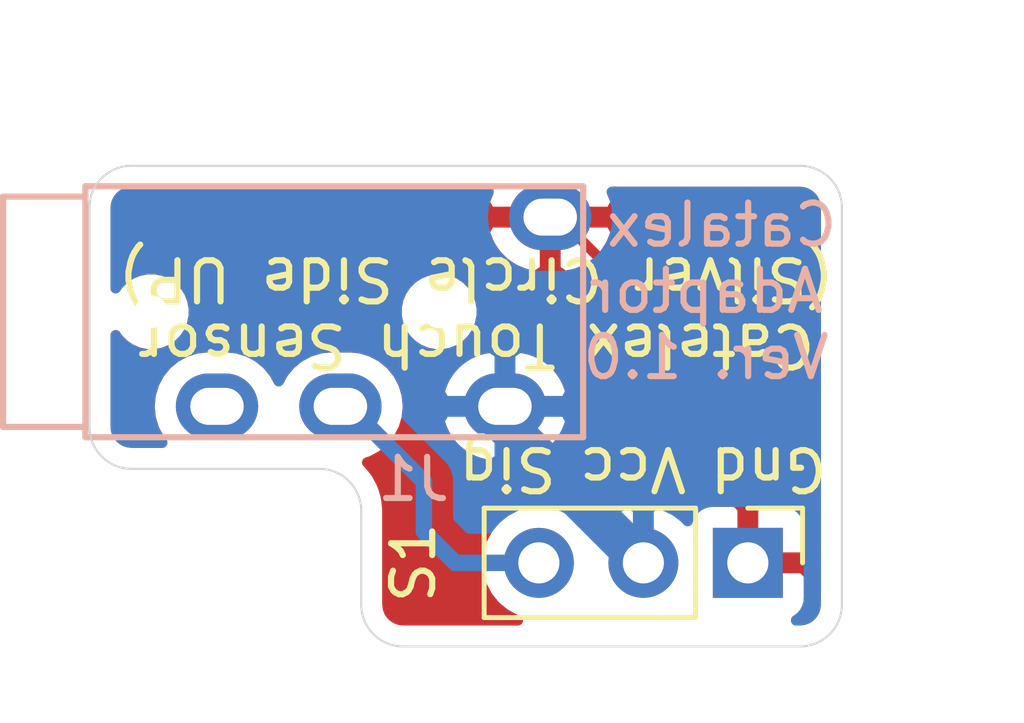
<source format=kicad_pcb>
(kicad_pcb (version 20190331) (host pcbnew "5.1.0-unknown-e90452d~82~ubuntu16.04.1")

  (general
    (thickness 1.6)
    (drawings 20)
    (tracks 10)
    (zones 0)
    (modules 2)
    (nets 4)
  )

  (page "USLetter")
  (title_block
    (title "Catalex Touch Sensor TRRS Interface")
    (date "2019-04-10")
    (rev "1.0")
    (comment 1 "Designed by: Don Haig")
    (comment 2 "Accessible AAC")
  )

  (layers
    (0 "F.Cu" signal)
    (31 "B.Cu" signal)
    (32 "B.Adhes" user)
    (33 "F.Adhes" user)
    (34 "B.Paste" user)
    (35 "F.Paste" user)
    (36 "B.SilkS" user)
    (37 "F.SilkS" user)
    (38 "B.Mask" user)
    (39 "F.Mask" user)
    (40 "Dwgs.User" user)
    (41 "Cmts.User" user)
    (42 "Eco1.User" user)
    (43 "Eco2.User" user)
    (44 "Edge.Cuts" user)
    (45 "Margin" user)
    (46 "B.CrtYd" user)
    (47 "F.CrtYd" user)
    (48 "B.Fab" user)
    (49 "F.Fab" user)
  )

  (setup
    (last_trace_width 0.25)
    (trace_clearance 0.2)
    (zone_clearance 0.508)
    (zone_45_only no)
    (trace_min 0.2)
    (via_size 0.8)
    (via_drill 0.4)
    (via_min_size 0.4)
    (via_min_drill 0.3)
    (uvia_size 0.3)
    (uvia_drill 0.1)
    (uvias_allowed no)
    (uvia_min_size 0.2)
    (uvia_min_drill 0.1)
    (edge_width 0.05)
    (segment_width 0.2)
    (pcb_text_width 0.3)
    (pcb_text_size 1.5 1.5)
    (mod_edge_width 0.12)
    (mod_text_size 1 1)
    (mod_text_width 0.15)
    (pad_size 1.524 1.524)
    (pad_drill 0.762)
    (pad_to_mask_clearance 0.051)
    (solder_mask_min_width 0.25)
    (aux_axis_origin 0 0)
    (visible_elements FFFFFF7F)
    (pcbplotparams
      (layerselection 0x010fc_ffffffff)
      (usegerberextensions true)
      (usegerberattributes false)
      (usegerberadvancedattributes false)
      (creategerberjobfile false)
      (excludeedgelayer true)
      (linewidth 0.100000)
      (plotframeref false)
      (viasonmask false)
      (mode 1)
      (useauxorigin false)
      (hpglpennumber 1)
      (hpglpenspeed 20)
      (hpglpendiameter 15.000000)
      (psnegative false)
      (psa4output false)
      (plotreference true)
      (plotvalue true)
      (plotinvisibletext false)
      (padsonsilk false)
      (subtractmaskfromsilk false)
      (outputformat 1)
      (mirror false)
      (drillshape 0)
      (scaleselection 1)
      (outputdirectory "gerber/"))
  )

  (net 0 "")
  (net 1 "GND")
  (net 2 "+5V")
  (net 3 "/Signal")

  (net_class "Default" "This is the default net class."
    (clearance 0.2)
    (trace_width 0.25)
    (via_dia 0.8)
    (via_drill 0.4)
    (uvia_dia 0.3)
    (uvia_drill 0.1)
    (add_net "+5V")
    (add_net "/Signal")
    (add_net "GND")
  )

  (module "dbh_kicad_library:Catalex_Touch_Module" (layer "F.Cu") (tedit 5CAE8499) (tstamp 5CAED969)
    (at 137.922 113.284 270)
    (descr "Through hole straight pin header, 1x03, 2.54mm pitch, single row")
    (tags "Through hole pin header THT 1x03 2.54mm single row")
    (path "/5CAF7381")
    (fp_text reference "S1" (at 0 8.128 90) (layer "F.SilkS")
      (effects (font (size 1 1) (thickness 0.15)))
    )
    (fp_text value "catalex_touch_sensor" (at 3.048 6.604 180) (layer "F.Fab")
      (effects (font (size 1 1) (thickness 0.15)))
    )
    (fp_text user "%R" (at 0 2.54) (layer "F.Fab")
      (effects (font (size 1 1) (thickness 0.15)))
    )
    (fp_line (start 1.8 -1.8) (end -1.8 -1.8) (layer "F.CrtYd") (width 0.05))
    (fp_line (start 1.8 6.85) (end 1.8 -1.8) (layer "F.CrtYd") (width 0.05))
    (fp_line (start -1.8 6.85) (end 1.8 6.85) (layer "F.CrtYd") (width 0.05))
    (fp_line (start -1.8 -1.8) (end -1.8 6.85) (layer "F.CrtYd") (width 0.05))
    (fp_line (start -1.33 -1.33) (end 0 -1.33) (layer "F.SilkS") (width 0.12))
    (fp_line (start -1.33 0) (end -1.33 -1.33) (layer "F.SilkS") (width 0.12))
    (fp_line (start -1.33 1.27) (end 1.33 1.27) (layer "F.SilkS") (width 0.12))
    (fp_line (start 1.33 1.27) (end 1.33 6.41) (layer "F.SilkS") (width 0.12))
    (fp_line (start -1.33 1.27) (end -1.33 6.41) (layer "F.SilkS") (width 0.12))
    (fp_line (start -1.33 6.41) (end 1.33 6.41) (layer "F.SilkS") (width 0.12))
    (fp_line (start -1.27 -0.635) (end -0.635 -1.27) (layer "F.Fab") (width 0.1))
    (fp_line (start -1.27 6.35) (end -1.27 -0.635) (layer "F.Fab") (width 0.1))
    (fp_line (start 1.27 6.35) (end -1.27 6.35) (layer "F.Fab") (width 0.1))
    (fp_line (start 1.27 -1.27) (end 1.27 6.35) (layer "F.Fab") (width 0.1))
    (fp_line (start -0.635 -1.27) (end 1.27 -1.27) (layer "F.Fab") (width 0.1))
    (pad "3" thru_hole oval (at 0 5.08 270) (size 1.7 1.7) (drill 1) (layers *.Cu *.Mask)
      (net 3 "/Signal"))
    (pad "2" thru_hole oval (at 0 2.54 270) (size 1.7 1.7) (drill 1) (layers *.Cu *.Mask)
      (net 2 "+5V"))
    (pad "1" thru_hole rect (at 0 0 270) (size 1.7 1.7) (drill 1) (layers *.Cu *.Mask)
      (net 1 "GND"))
    (model "/home/don/kicad/libraries/dbh_kicad_library/3D_models/catalex_module/catalex_module.wrl"
      (offset (xyz 0 -2.5 2))
      (scale (xyz 1 1 1))
      (rotate (xyz 0 0 90))
    )
  )

  (module "dbh_kicad_library:PJ-320A" (layer "B.Cu") (tedit 5C8461F3) (tstamp 5CAE529D)
    (at 124.968 109.22)
    (path "/5CAF3F7B")
    (fp_text reference "J1" (at 4.826 2.032) (layer "B.SilkS")
      (effects (font (size 1 1) (thickness 0.15)) (justify mirror))
    )
    (fp_text value "PJ320A" (at 1.48 -3.97) (layer "B.Fab")
      (effects (font (size 1 1) (thickness 0.15)) (justify mirror))
    )
    (fp_line (start -5.15 0.76) (end -5.15 -4.84) (layer "B.SilkS") (width 0.15))
    (fp_line (start -3.15 -4.84) (end -5.15 -4.84) (layer "B.SilkS") (width 0.15))
    (fp_line (start -3.15 0.76) (end -5.15 0.76) (layer "B.SilkS") (width 0.15))
    (fp_line (start -3.15 -5.09) (end 8.95 -5.09) (layer "B.SilkS") (width 0.15))
    (fp_line (start -3.15 1.01) (end 8.95 1.01) (layer "B.SilkS") (width 0.15))
    (fp_line (start 8.95 1.01) (end 8.95 -5.09) (layer "B.SilkS") (width 0.15))
    (fp_line (start -3.15 1.01) (end -3.15 -5.09) (layer "B.SilkS") (width 0.15))
    (pad "5" thru_hole oval (at 8.15 -4.34 270) (size 1.6 2) (drill oval 0.9 1.3) (layers *.Cu *.Mask)
      (net 1 "GND"))
    (pad "4" thru_hole oval (at 7.05 0.26 270) (size 1.6 2) (drill oval 0.9 1.3) (layers *.Cu *.Mask)
      (net 2 "+5V"))
    (pad "2" thru_hole oval (at 0.05 0.26 270) (size 1.6 2) (drill oval 0.9 1.3) (layers *.Cu *.Mask))
    (pad "" np_thru_hole circle (at 5.45 -2.04 270) (size 0.8 0.8) (drill 0.8) (layers *.Cu *.Mask))
    (pad "" np_thru_hole circle (at -1.55 -2.04 270) (size 0.8 0.8) (drill 0.8) (layers *.Cu *.Mask))
    (pad "3" thru_hole oval (at 3.05 0.26 270) (size 1.6 2) (drill oval 0.9 1.3) (layers *.Cu *.Mask)
      (net 3 "/Signal"))
    (model "/home/don/projects/github/Accessible-AAC/Hardware/KiCad_libraries/3D_models/pj320a.wrl"
      (offset (xyz -3.35 -2 0))
      (scale (xyz 1 1 1))
      (rotate (xyz 0 0 90))
    )
    (model "/home/don/kicad/libraries/dbh_kicad_library/3D_models/pj320a/pj320a.wrl"
      (offset (xyz -3.35 -2.1 0))
      (scale (xyz 1 1 1))
      (rotate (xyz 0 0 0))
    )
  )

  (dimension 18.288 (width 0.12) (layer "Dwgs.User")
    (gr_text "18.288 mm" (at 131.064 100.33) (layer "Dwgs.User")
      (effects (font (size 1 1) (thickness 0.15)))
    )
    (feature1 (pts (xy 140.208 106.934) (xy 140.208 101.013579)))
    (feature2 (pts (xy 121.92 106.934) (xy 121.92 101.013579)))
    (crossbar (pts (xy 121.92 101.6) (xy 140.208 101.6)))
    (arrow1a (pts (xy 140.208 101.6) (xy 139.081496 102.186421)))
    (arrow1b (pts (xy 140.208 101.6) (xy 139.081496 101.013579)))
    (arrow2a (pts (xy 121.92 101.6) (xy 123.046504 102.186421)))
    (arrow2b (pts (xy 121.92 101.6) (xy 123.046504 101.013579)))
  )
  (dimension 11.684 (width 0.12) (layer "Dwgs.User")
    (gr_text "11.684 mm" (at 143.256 109.474 270) (layer "Dwgs.User")
      (effects (font (size 1 1) (thickness 0.15)))
    )
    (feature1 (pts (xy 138.938 115.316) (xy 142.572421 115.316)))
    (feature2 (pts (xy 138.938 103.632) (xy 142.572421 103.632)))
    (crossbar (pts (xy 141.986 103.632) (xy 141.986 115.316)))
    (arrow1a (pts (xy 141.986 115.316) (xy 141.399579 114.189496)))
    (arrow1b (pts (xy 141.986 115.316) (xy 142.572421 114.189496)))
    (arrow2a (pts (xy 141.986 103.632) (xy 141.399579 104.758504)))
    (arrow2b (pts (xy 141.986 103.632) (xy 142.572421 104.758504)))
  )
  (gr_text "Catelex Touch Sensor\n(Silver Circle Side UP)" (at 131.318 107.188 180) (layer "F.SilkS")
    (effects (font (size 1 1) (thickness 0.15)))
  )
  (gr_text "Catalex \nAdaptor\nVer. 1.0" (at 136.906 106.68) (layer "B.SilkS")
    (effects (font (size 1 1) (thickness 0.15)) (justify mirror))
  )
  (gr_line (start 122.936 103.632) (end 139.192 103.632) (layer "Edge.Cuts") (width 0.05) (tstamp 5CAEDE24))
  (gr_line (start 127.508 110.998) (end 122.936 110.998) (layer "Edge.Cuts") (width 0.05) (tstamp 5CAEDE23))
  (gr_line (start 140.208 114.3) (end 140.208 104.648) (layer "Edge.Cuts") (width 0.05) (tstamp 5CAEDDEA))
  (gr_line (start 129.54 115.316) (end 137.668 115.316) (layer "Edge.Cuts") (width 0.05) (tstamp 5CAEDDE9))
  (gr_line (start 128.524 112.014) (end 128.524 114.3) (layer "Edge.Cuts") (width 0.05) (tstamp 5CAEDDE8))
  (gr_line (start 121.92 104.648) (end 121.92 109.982) (layer "Edge.Cuts") (width 0.05) (tstamp 5CAEDDE6))
  (gr_arc (start 129.54 114.3) (end 128.524 114.3) (angle -90) (layer "Edge.Cuts") (width 0.05) (tstamp 5CAEDDB8))
  (gr_arc (start 127.508 112.014) (end 128.524 112.014) (angle -90) (layer "Edge.Cuts") (width 0.05) (tstamp 5CAEDDB4))
  (gr_text "Sig" (at 132.08 110.998 180) (layer "F.SilkS")
    (effects (font (size 1 1) (thickness 0.15)))
  )
  (gr_text "Vcc" (at 135.128 110.998 180) (layer "F.SilkS")
    (effects (font (size 1 1) (thickness 0.15)))
  )
  (gr_text "Gnd" (at 138.43 110.998 180) (layer "F.SilkS")
    (effects (font (size 1 1) (thickness 0.15)))
  )
  (gr_line (start 137.668 115.316) (end 139.192 115.316) (layer "Edge.Cuts") (width 0.05) (tstamp 5CAED9A4))
  (gr_arc (start 139.192 104.648) (end 140.208 104.648) (angle -90) (layer "Edge.Cuts") (width 0.05) (tstamp 5CAE54A4))
  (gr_arc (start 139.192 114.3) (end 139.192 115.316) (angle -90) (layer "Edge.Cuts") (width 0.05) (tstamp 5CAE54A1))
  (gr_arc (start 122.936 109.982) (end 121.92 109.982) (angle -90) (layer "Edge.Cuts") (width 0.05) (tstamp 5CAE549A))
  (gr_arc (start 122.936 104.648) (end 122.936 103.632) (angle -90) (layer "Edge.Cuts") (width 0.05))

  (segment (start 133.318 104.88) (end 133.118 104.88) (width 0.25) (layer "F.Cu") (net 1) (status 30))
  (segment (start 137.922 109.484) (end 133.318 104.88) (width 0.25) (layer "F.Cu") (net 1) (status 20))
  (segment (start 137.922 113.284) (end 137.922 109.484) (width 0.25) (layer "F.Cu") (net 1) (status 10))
  (segment (start 132.018 109.92) (end 132.018 109.48) (width 0.25) (layer "B.Cu") (net 2) (status 30))
  (segment (start 135.382 113.284) (end 132.018 109.92) (width 1) (layer "B.Cu") (net 2) (status 30))
  (segment (start 128.218 109.48) (end 130.048 111.31) (width 0.4) (layer "B.Cu") (net 3) (status 10))
  (segment (start 128.018 109.48) (end 128.218 109.48) (width 0.25) (layer "B.Cu") (net 3) (status 30))
  (segment (start 130.048 111.31) (end 130.048 112.522) (width 0.4) (layer "B.Cu") (net 3))
  (segment (start 130.81 113.284) (end 132.842 113.284) (width 0.4) (layer "B.Cu") (net 3) (status 20))
  (segment (start 130.048 112.522) (end 130.81 113.284) (width 0.4) (layer "B.Cu") (net 3))

  (zone (net 1) (net_name "GND") (layer "F.Cu") (tstamp 0) (hatch edge 0.508)
    (connect_pads (clearance 0.508))
    (min_thickness 0.254)
    (fill yes (arc_segments 32) (thermal_gap 0.508) (thermal_bridge_width 0.508))
    (polygon
      (pts
        (xy 139.954 114.808) (xy 139.954 104.14) (xy 139.7 103.886) (xy 139.446 103.886) (xy 122.428 103.886)
        (xy 122.174 104.394) (xy 122.174 110.236) (xy 122.428 110.744) (xy 127.762 110.744) (xy 128.778 111.506)
        (xy 128.778 114.808) (xy 129.54 115.062) (xy 139.7 115.062)
      )
    )
    (filled_polygon
      (pts
        (xy 131.536556 104.47327) (xy 131.526096 104.530961) (xy 131.648085 104.753) (xy 132.991 104.753) (xy 132.991 104.733)
        (xy 133.245 104.733) (xy 133.245 104.753) (xy 134.587915 104.753) (xy 134.709904 104.530961) (xy 134.699444 104.47327)
        (xy 134.615977 104.267) (xy 139.160945 104.267) (xy 139.265409 104.277243) (xy 139.336032 104.298565) (xy 139.401158 104.333193)
        (xy 139.458318 104.379812) (xy 139.50534 104.436653) (xy 139.540423 104.501538) (xy 139.562235 104.572002) (xy 139.573001 104.67443)
        (xy 139.573 114.268946) (xy 139.562757 114.373409) (xy 139.541435 114.444032) (xy 139.506808 114.509156) (xy 139.460187 114.566319)
        (xy 139.403348 114.61334) (xy 139.338465 114.648422) (xy 139.267999 114.670235) (xy 139.165579 114.681) (xy 139.095694 114.681)
        (xy 139.126494 114.664537) (xy 139.223185 114.585185) (xy 139.302537 114.488494) (xy 139.361502 114.37818) (xy 139.397812 114.258482)
        (xy 139.410072 114.134) (xy 139.407 113.56975) (xy 139.24825 113.411) (xy 138.049 113.411) (xy 138.049 113.431)
        (xy 137.795 113.431) (xy 137.795 113.411) (xy 137.775 113.411) (xy 137.775 113.157) (xy 137.795 113.157)
        (xy 137.795 111.95775) (xy 138.049 111.95775) (xy 138.049 113.157) (xy 139.24825 113.157) (xy 139.407 112.99825)
        (xy 139.410072 112.434) (xy 139.397812 112.309518) (xy 139.361502 112.18982) (xy 139.302537 112.079506) (xy 139.223185 111.982815)
        (xy 139.126494 111.903463) (xy 139.01618 111.844498) (xy 138.896482 111.808188) (xy 138.772 111.795928) (xy 138.20775 111.799)
        (xy 138.049 111.95775) (xy 137.795 111.95775) (xy 137.63625 111.799) (xy 137.072 111.795928) (xy 136.947518 111.808188)
        (xy 136.82782 111.844498) (xy 136.717506 111.903463) (xy 136.620815 111.982815) (xy 136.541463 112.079506) (xy 136.482498 112.18982)
        (xy 136.461607 112.258687) (xy 136.437134 112.228866) (xy 136.211014 112.043294) (xy 135.953034 111.905401) (xy 135.673111 111.820487)
        (xy 135.45495 111.799) (xy 135.30905 111.799) (xy 135.090889 111.820487) (xy 134.810966 111.905401) (xy 134.552986 112.043294)
        (xy 134.326866 112.228866) (xy 134.141294 112.454986) (xy 134.112 112.509791) (xy 134.082706 112.454986) (xy 133.897134 112.228866)
        (xy 133.671014 112.043294) (xy 133.413034 111.905401) (xy 133.133111 111.820487) (xy 132.91495 111.799) (xy 132.76905 111.799)
        (xy 132.550889 111.820487) (xy 132.270966 111.905401) (xy 132.012986 112.043294) (xy 131.786866 112.228866) (xy 131.601294 112.454986)
        (xy 131.463401 112.712966) (xy 131.378487 112.992889) (xy 131.349815 113.284) (xy 131.378487 113.575111) (xy 131.463401 113.855034)
        (xy 131.601294 114.113014) (xy 131.786866 114.339134) (xy 132.012986 114.524706) (xy 132.270966 114.662599) (xy 132.331626 114.681)
        (xy 129.571054 114.681) (xy 129.466591 114.670757) (xy 129.395968 114.649435) (xy 129.330844 114.614808) (xy 129.273681 114.568187)
        (xy 129.22666 114.511348) (xy 129.191578 114.446465) (xy 129.169765 114.375999) (xy 129.159 114.273579) (xy 129.159 111.982808)
        (xy 129.156318 111.955573) (xy 129.156361 111.949354) (xy 129.155496 111.94053) (xy 129.134769 111.743329) (xy 129.123198 111.68696)
        (xy 129.112413 111.63042) (xy 129.109852 111.621938) (xy 129.10985 111.621929) (xy 129.109846 111.621921) (xy 129.051215 111.432511)
        (xy 129.028914 111.379459) (xy 129.007352 111.32609) (xy 129.003195 111.318272) (xy 129.003191 111.318264) (xy 129.003186 111.318257)
        (xy 128.908878 111.143838) (xy 128.876707 111.096142) (xy 128.845182 111.047967) (xy 128.839582 111.041101) (xy 128.839578 111.041095)
        (xy 128.839573 111.04109) (xy 128.713184 110.888312) (xy 128.67235 110.847762) (xy 128.667808 110.843123) (xy 128.769808 110.812182)
        (xy 129.019101 110.678932) (xy 129.237608 110.499608) (xy 129.416932 110.281101) (xy 129.550182 110.031808) (xy 129.632236 109.761309)
        (xy 129.659943 109.48) (xy 130.376057 109.48) (xy 130.403764 109.761309) (xy 130.485818 110.031808) (xy 130.619068 110.281101)
        (xy 130.798392 110.499608) (xy 131.016899 110.678932) (xy 131.266192 110.812182) (xy 131.536691 110.894236) (xy 131.747508 110.915)
        (xy 132.288492 110.915) (xy 132.499309 110.894236) (xy 132.769808 110.812182) (xy 133.019101 110.678932) (xy 133.237608 110.499608)
        (xy 133.416932 110.281101) (xy 133.550182 110.031808) (xy 133.632236 109.761309) (xy 133.659943 109.48) (xy 133.632236 109.198691)
        (xy 133.550182 108.928192) (xy 133.416932 108.678899) (xy 133.237608 108.460392) (xy 133.019101 108.281068) (xy 132.769808 108.147818)
        (xy 132.499309 108.065764) (xy 132.288492 108.045) (xy 131.747508 108.045) (xy 131.536691 108.065764) (xy 131.266192 108.147818)
        (xy 131.016899 108.281068) (xy 130.798392 108.460392) (xy 130.619068 108.678899) (xy 130.485818 108.928192) (xy 130.403764 109.198691)
        (xy 130.376057 109.48) (xy 129.659943 109.48) (xy 129.632236 109.198691) (xy 129.550182 108.928192) (xy 129.416932 108.678899)
        (xy 129.237608 108.460392) (xy 129.019101 108.281068) (xy 128.769808 108.147818) (xy 128.499309 108.065764) (xy 128.288492 108.045)
        (xy 127.747508 108.045) (xy 127.536691 108.065764) (xy 127.266192 108.147818) (xy 127.016899 108.281068) (xy 126.798392 108.460392)
        (xy 126.619068 108.678899) (xy 126.518 108.867984) (xy 126.416932 108.678899) (xy 126.237608 108.460392) (xy 126.019101 108.281068)
        (xy 125.769808 108.147818) (xy 125.499309 108.065764) (xy 125.288492 108.045) (xy 124.747508 108.045) (xy 124.536691 108.065764)
        (xy 124.266192 108.147818) (xy 124.016899 108.281068) (xy 123.798392 108.460392) (xy 123.619068 108.678899) (xy 123.485818 108.928192)
        (xy 123.403764 109.198691) (xy 123.376057 109.48) (xy 123.403764 109.761309) (xy 123.485818 110.031808) (xy 123.619068 110.281101)
        (xy 123.686281 110.363) (xy 122.967054 110.363) (xy 122.862591 110.352757) (xy 122.791968 110.331435) (xy 122.726844 110.296808)
        (xy 122.669681 110.250187) (xy 122.62266 110.193348) (xy 122.587578 110.128465) (xy 122.565765 110.057999) (xy 122.555 109.955579)
        (xy 122.555 107.75138) (xy 122.614063 107.839774) (xy 122.758226 107.983937) (xy 122.927744 108.097205) (xy 123.116102 108.175226)
        (xy 123.316061 108.215) (xy 123.519939 108.215) (xy 123.719898 108.175226) (xy 123.908256 108.097205) (xy 124.077774 107.983937)
        (xy 124.221937 107.839774) (xy 124.335205 107.670256) (xy 124.413226 107.481898) (xy 124.453 107.281939) (xy 124.453 107.078061)
        (xy 129.383 107.078061) (xy 129.383 107.281939) (xy 129.422774 107.481898) (xy 129.500795 107.670256) (xy 129.614063 107.839774)
        (xy 129.758226 107.983937) (xy 129.927744 108.097205) (xy 130.116102 108.175226) (xy 130.316061 108.215) (xy 130.519939 108.215)
        (xy 130.719898 108.175226) (xy 130.908256 108.097205) (xy 131.077774 107.983937) (xy 131.221937 107.839774) (xy 131.335205 107.670256)
        (xy 131.413226 107.481898) (xy 131.453 107.281939) (xy 131.453 107.078061) (xy 131.413226 106.878102) (xy 131.335205 106.689744)
        (xy 131.221937 106.520226) (xy 131.077774 106.376063) (xy 130.908256 106.262795) (xy 130.719898 106.184774) (xy 130.519939 106.145)
        (xy 130.316061 106.145) (xy 130.116102 106.184774) (xy 129.927744 106.262795) (xy 129.758226 106.376063) (xy 129.614063 106.520226)
        (xy 129.500795 106.689744) (xy 129.422774 106.878102) (xy 129.383 107.078061) (xy 124.453 107.078061) (xy 124.413226 106.878102)
        (xy 124.335205 106.689744) (xy 124.221937 106.520226) (xy 124.077774 106.376063) (xy 123.908256 106.262795) (xy 123.719898 106.184774)
        (xy 123.519939 106.145) (xy 123.316061 106.145) (xy 123.116102 106.184774) (xy 122.927744 106.262795) (xy 122.758226 106.376063)
        (xy 122.614063 106.520226) (xy 122.555 106.60862) (xy 122.555 105.229039) (xy 131.526096 105.229039) (xy 131.536556 105.28673)
        (xy 131.642449 105.548421) (xy 131.797361 105.784425) (xy 131.995338 105.985673) (xy 132.228773 106.14443) (xy 132.488694 106.254596)
        (xy 132.765113 106.311937) (xy 132.991 106.159474) (xy 132.991 105.007) (xy 133.245 105.007) (xy 133.245 106.159474)
        (xy 133.470887 106.311937) (xy 133.747306 106.254596) (xy 134.007227 106.14443) (xy 134.240662 105.985673) (xy 134.438639 105.784425)
        (xy 134.593551 105.548421) (xy 134.699444 105.28673) (xy 134.709904 105.229039) (xy 134.587915 105.007) (xy 133.245 105.007)
        (xy 132.991 105.007) (xy 131.648085 105.007) (xy 131.526096 105.229039) (xy 122.555 105.229039) (xy 122.555 104.679055)
        (xy 122.565243 104.574591) (xy 122.586565 104.503968) (xy 122.621193 104.438842) (xy 122.667812 104.381682) (xy 122.724653 104.33466)
        (xy 122.789538 104.299577) (xy 122.860002 104.277765) (xy 122.962421 104.267) (xy 131.620023 104.267)
      )
    )
  )
  (zone (net 2) (net_name "+5V") (layer "B.Cu") (tstamp 0) (hatch edge 0.508)
    (connect_pads (clearance 0.508))
    (min_thickness 0.254)
    (fill yes (arc_segments 32) (thermal_gap 0.508) (thermal_bridge_width 0.508))
    (polygon
      (pts
        (xy 129.54 115.062) (xy 139.7 115.062) (xy 139.954 114.808) (xy 139.954 104.14) (xy 139.7 103.886)
        (xy 122.428 103.886) (xy 122.174 104.394) (xy 122.174 110.236) (xy 122.428 110.744) (xy 127.762 110.744)
        (xy 128.778 111.506) (xy 128.778 114.808)
      )
    )
    (filled_polygon
      (pts
        (xy 131.585818 104.328192) (xy 131.503764 104.598691) (xy 131.476057 104.88) (xy 131.503764 105.161309) (xy 131.585818 105.431808)
        (xy 131.719068 105.681101) (xy 131.898392 105.899608) (xy 132.116899 106.078932) (xy 132.366192 106.212182) (xy 132.636691 106.294236)
        (xy 132.847508 106.315) (xy 133.388492 106.315) (xy 133.599309 106.294236) (xy 133.869808 106.212182) (xy 134.119101 106.078932)
        (xy 134.337608 105.899608) (xy 134.516932 105.681101) (xy 134.650182 105.431808) (xy 134.732236 105.161309) (xy 134.759943 104.88)
        (xy 134.732236 104.598691) (xy 134.650182 104.328192) (xy 134.617474 104.267) (xy 139.160945 104.267) (xy 139.265409 104.277243)
        (xy 139.336032 104.298565) (xy 139.401158 104.333193) (xy 139.458318 104.379812) (xy 139.50534 104.436653) (xy 139.540423 104.501538)
        (xy 139.562235 104.572002) (xy 139.573001 104.67443) (xy 139.573 114.268946) (xy 139.562757 114.373409) (xy 139.541435 114.444032)
        (xy 139.506808 114.509156) (xy 139.460187 114.566319) (xy 139.403348 114.61334) (xy 139.338465 114.648422) (xy 139.267999 114.670235)
        (xy 139.165579 114.681) (xy 139.095694 114.681) (xy 139.126494 114.664537) (xy 139.223185 114.585185) (xy 139.302537 114.488494)
        (xy 139.361502 114.37818) (xy 139.397812 114.258482) (xy 139.410072 114.134) (xy 139.410072 112.434) (xy 139.397812 112.309518)
        (xy 139.361502 112.18982) (xy 139.302537 112.079506) (xy 139.223185 111.982815) (xy 139.126494 111.903463) (xy 139.01618 111.844498)
        (xy 138.896482 111.808188) (xy 138.772 111.795928) (xy 137.072 111.795928) (xy 136.947518 111.808188) (xy 136.82782 111.844498)
        (xy 136.717506 111.903463) (xy 136.620815 111.982815) (xy 136.541463 112.079506) (xy 136.482498 112.18982) (xy 136.458034 112.270466)
        (xy 136.382269 112.186412) (xy 136.14892 112.012359) (xy 135.886099 111.887175) (xy 135.73889 111.842524) (xy 135.509 111.963845)
        (xy 135.509 113.157) (xy 135.529 113.157) (xy 135.529 113.411) (xy 135.509 113.411) (xy 135.509 113.431)
        (xy 135.255 113.431) (xy 135.255 113.411) (xy 135.235 113.411) (xy 135.235 113.157) (xy 135.255 113.157)
        (xy 135.255 111.963845) (xy 135.02511 111.842524) (xy 134.877901 111.887175) (xy 134.61508 112.012359) (xy 134.381731 112.186412)
        (xy 134.186822 112.402645) (xy 134.117201 112.519523) (xy 134.082706 112.454986) (xy 133.897134 112.228866) (xy 133.671014 112.043294)
        (xy 133.413034 111.905401) (xy 133.133111 111.820487) (xy 132.91495 111.799) (xy 132.76905 111.799) (xy 132.550889 111.820487)
        (xy 132.270966 111.905401) (xy 132.012986 112.043294) (xy 131.786866 112.228866) (xy 131.606207 112.449) (xy 131.155868 112.449)
        (xy 130.883 112.176132) (xy 130.883 111.351018) (xy 130.88704 111.31) (xy 130.88247 111.263595) (xy 130.870918 111.146311)
        (xy 130.823172 110.988913) (xy 130.745636 110.843854) (xy 130.719644 110.812182) (xy 130.667439 110.74857) (xy 130.667437 110.748568)
        (xy 130.641291 110.716709) (xy 130.609433 110.690564) (xy 129.747907 109.829039) (xy 130.426096 109.829039) (xy 130.436556 109.88673)
        (xy 130.542449 110.148421) (xy 130.697361 110.384425) (xy 130.895338 110.585673) (xy 131.128773 110.74443) (xy 131.388694 110.854596)
        (xy 131.665113 110.911937) (xy 131.891 110.759474) (xy 131.891 109.607) (xy 132.145 109.607) (xy 132.145 110.759474)
        (xy 132.370887 110.911937) (xy 132.647306 110.854596) (xy 132.907227 110.74443) (xy 133.140662 110.585673) (xy 133.338639 110.384425)
        (xy 133.493551 110.148421) (xy 133.599444 109.88673) (xy 133.609904 109.829039) (xy 133.487915 109.607) (xy 132.145 109.607)
        (xy 131.891 109.607) (xy 130.548085 109.607) (xy 130.426096 109.829039) (xy 129.747907 109.829039) (xy 129.636534 109.717667)
        (xy 129.659943 109.48) (xy 129.632236 109.198691) (xy 129.611691 109.130961) (xy 130.426096 109.130961) (xy 130.548085 109.353)
        (xy 131.891 109.353) (xy 131.891 108.200526) (xy 132.145 108.200526) (xy 132.145 109.353) (xy 133.487915 109.353)
        (xy 133.609904 109.130961) (xy 133.599444 109.07327) (xy 133.493551 108.811579) (xy 133.338639 108.575575) (xy 133.140662 108.374327)
        (xy 132.907227 108.21557) (xy 132.647306 108.105404) (xy 132.370887 108.048063) (xy 132.145 108.200526) (xy 131.891 108.200526)
        (xy 131.665113 108.048063) (xy 131.388694 108.105404) (xy 131.128773 108.21557) (xy 130.895338 108.374327) (xy 130.697361 108.575575)
        (xy 130.542449 108.811579) (xy 130.436556 109.07327) (xy 130.426096 109.130961) (xy 129.611691 109.130961) (xy 129.550182 108.928192)
        (xy 129.416932 108.678899) (xy 129.237608 108.460392) (xy 129.019101 108.281068) (xy 128.769808 108.147818) (xy 128.499309 108.065764)
        (xy 128.288492 108.045) (xy 127.747508 108.045) (xy 127.536691 108.065764) (xy 127.266192 108.147818) (xy 127.016899 108.281068)
        (xy 126.798392 108.460392) (xy 126.619068 108.678899) (xy 126.518 108.867984) (xy 126.416932 108.678899) (xy 126.237608 108.460392)
        (xy 126.019101 108.281068) (xy 125.769808 108.147818) (xy 125.499309 108.065764) (xy 125.288492 108.045) (xy 124.747508 108.045)
        (xy 124.536691 108.065764) (xy 124.266192 108.147818) (xy 124.016899 108.281068) (xy 123.798392 108.460392) (xy 123.619068 108.678899)
        (xy 123.485818 108.928192) (xy 123.403764 109.198691) (xy 123.376057 109.48) (xy 123.403764 109.761309) (xy 123.485818 110.031808)
        (xy 123.619068 110.281101) (xy 123.686281 110.363) (xy 122.967054 110.363) (xy 122.862591 110.352757) (xy 122.791968 110.331435)
        (xy 122.726844 110.296808) (xy 122.669681 110.250187) (xy 122.62266 110.193348) (xy 122.587578 110.128465) (xy 122.565765 110.057999)
        (xy 122.555 109.955579) (xy 122.555 107.75138) (xy 122.614063 107.839774) (xy 122.758226 107.983937) (xy 122.927744 108.097205)
        (xy 123.116102 108.175226) (xy 123.316061 108.215) (xy 123.519939 108.215) (xy 123.719898 108.175226) (xy 123.908256 108.097205)
        (xy 124.077774 107.983937) (xy 124.221937 107.839774) (xy 124.335205 107.670256) (xy 124.413226 107.481898) (xy 124.453 107.281939)
        (xy 124.453 107.078061) (xy 129.383 107.078061) (xy 129.383 107.281939) (xy 129.422774 107.481898) (xy 129.500795 107.670256)
        (xy 129.614063 107.839774) (xy 129.758226 107.983937) (xy 129.927744 108.097205) (xy 130.116102 108.175226) (xy 130.316061 108.215)
        (xy 130.519939 108.215) (xy 130.719898 108.175226) (xy 130.908256 108.097205) (xy 131.077774 107.983937) (xy 131.221937 107.839774)
        (xy 131.335205 107.670256) (xy 131.413226 107.481898) (xy 131.453 107.281939) (xy 131.453 107.078061) (xy 131.413226 106.878102)
        (xy 131.335205 106.689744) (xy 131.221937 106.520226) (xy 131.077774 106.376063) (xy 130.908256 106.262795) (xy 130.719898 106.184774)
        (xy 130.519939 106.145) (xy 130.316061 106.145) (xy 130.116102 106.184774) (xy 129.927744 106.262795) (xy 129.758226 106.376063)
        (xy 129.614063 106.520226) (xy 129.500795 106.689744) (xy 129.422774 106.878102) (xy 129.383 107.078061) (xy 124.453 107.078061)
        (xy 124.413226 106.878102) (xy 124.335205 106.689744) (xy 124.221937 106.520226) (xy 124.077774 106.376063) (xy 123.908256 106.262795)
        (xy 123.719898 106.184774) (xy 123.519939 106.145) (xy 123.316061 106.145) (xy 123.116102 106.184774) (xy 122.927744 106.262795)
        (xy 122.758226 106.376063) (xy 122.614063 106.520226) (xy 122.555 106.60862) (xy 122.555 104.679055) (xy 122.565243 104.574591)
        (xy 122.586565 104.503968) (xy 122.621193 104.438842) (xy 122.667812 104.381682) (xy 122.724653 104.33466) (xy 122.789538 104.299577)
        (xy 122.860002 104.277765) (xy 122.962421 104.267) (xy 131.618526 104.267)
      )
    )
  )
)

</source>
